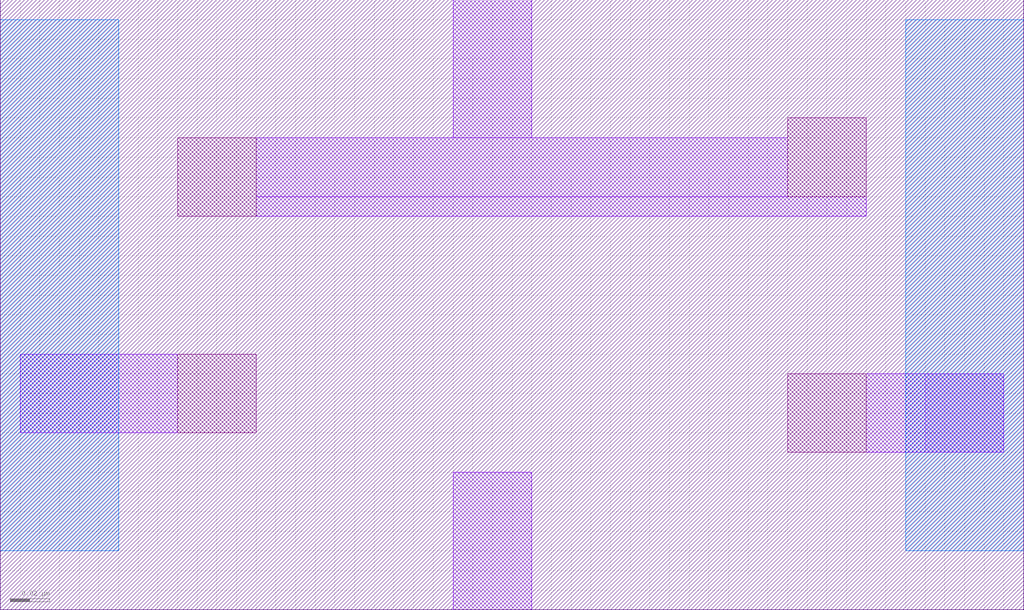
<source format=lef>
VERSION 5.7 ;
  NOWIREEXTENSIONATPIN ON ;
  DIVIDERCHAR "/" ;
  BUSBITCHARS "[]" ;
UNITS
  DATABASE MICRONS 200 ;
END UNITS

LAYER via2
  TYPE CUT ;
END via2

LAYER via
  TYPE CUT ;
END via

LAYER nwell
  TYPE MASTERSLICE ;
END nwell

LAYER via3
  TYPE CUT ;
END via3

LAYER pwell
  TYPE MASTERSLICE ;
END pwell

LAYER via4
  TYPE CUT ;
END via4

LAYER mcon
  TYPE CUT ;
END mcon

LAYER met6
  TYPE ROUTING ;
  WIDTH 0.030000 ;
  SPACING 0.040000 ;
  DIRECTION HORIZONTAL ;
END met6

LAYER met1
  TYPE ROUTING ;
  WIDTH 0.140000 ;
  SPACING 0.140000 ;
  DIRECTION HORIZONTAL ;
END met1

LAYER met3
  TYPE ROUTING ;
  WIDTH 0.300000 ;
  SPACING 0.300000 ;
  DIRECTION HORIZONTAL ;
END met3

LAYER met2
  TYPE ROUTING ;
  WIDTH 0.140000 ;
  SPACING 0.140000 ;
  DIRECTION HORIZONTAL ;
END met2

LAYER met4
  TYPE ROUTING ;
  WIDTH 0.300000 ;
  SPACING 0.300000 ;
  DIRECTION HORIZONTAL ;
END met4

LAYER met5
  TYPE ROUTING ;
  WIDTH 1.600000 ;
  SPACING 1.600000 ;
  DIRECTION HORIZONTAL ;
END met5

LAYER li1
  TYPE ROUTING ;
  WIDTH 0.170000 ;
  SPACING 0.170000 ;
  DIRECTION HORIZONTAL ;
END li1

MACRO sky130_hilas_invert01
  CLASS BLOCK ;
  FOREIGN sky130_hilas_invert01 ;
  ORIGIN 0.130 0.150 ;
  SIZE 0.520 BY 0.310 ;
  OBS
      LAYER li1 ;
        RECT -0.040 0.050 0.000 0.090 ;
        RECT 0.270 0.060 0.310 0.100 ;
        RECT -0.040 -0.060 0.000 -0.020 ;
        RECT 0.270 -0.070 0.310 -0.030 ;
      LAYER met1 ;
        RECT 0.100 0.090 0.140 0.160 ;
        RECT 0.000 0.060 0.270 0.090 ;
        RECT 0.000 0.050 0.310 0.060 ;
        RECT -0.120 -0.060 -0.040 -0.020 ;
        RECT 0.310 -0.070 0.380 -0.030 ;
        RECT 0.100 -0.150 0.140 -0.080 ;
      LAYER via ;
        RECT 0.340 -0.070 0.380 -0.030 ;
      LAYER met2 ;
        RECT -0.130 -0.120 -0.070 0.150 ;
        RECT 0.330 -0.120 0.390 0.150 ;
  END
END sky130_hilas_invert01
END LIBRARY


</source>
